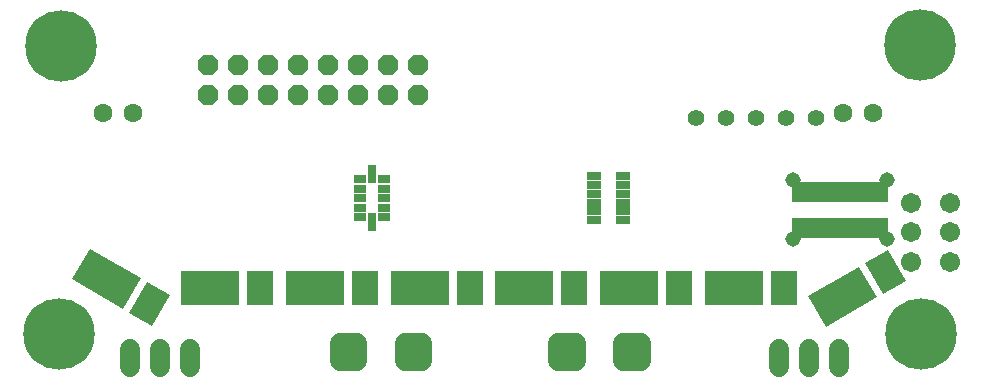
<source format=gbr>
G04 EAGLE Gerber RS-274X export*
G75*
%MOMM*%
%FSLAX34Y34*%
%LPD*%
%INSoldermask Top*%
%IPPOS*%
%AMOC8*
5,1,8,0,0,1.08239X$1,22.5*%
G01*
%ADD10C,1.603200*%
%ADD11C,1.697694*%
%ADD12R,8.203200X1.703200*%
%ADD13C,1.311200*%
%ADD14C,6.045200*%
%ADD15C,1.711200*%
%ADD16C,1.727200*%
%ADD17C,1.411200*%
%ADD18P,1.869504X8X22.500000*%
%ADD19R,1.203200X0.703200*%
%ADD20R,3.003200X5.003200*%
%ADD21R,3.003200X2.203200*%
%ADD22R,5.003200X3.003200*%
%ADD23R,2.203200X3.003200*%
%ADD24R,1.103200X0.703200*%
%ADD25R,0.703200X1.603200*%
%ADD26R,0.450000X0.750000*%


D10*
X72200Y222100D03*
X97600Y222100D03*
X698700Y222100D03*
X724100Y222100D03*
D11*
X287528Y27528D02*
X287528Y12472D01*
X272472Y12472D01*
X272472Y27528D01*
X287528Y27528D01*
X342528Y27528D02*
X342528Y12472D01*
X327472Y12472D01*
X327472Y27528D01*
X342528Y27528D01*
X472528Y27528D02*
X472528Y12472D01*
X457472Y12472D01*
X457472Y27528D01*
X472528Y27528D01*
X527528Y27528D02*
X527528Y12472D01*
X512472Y12472D01*
X512472Y27528D01*
X527528Y27528D01*
D12*
X696000Y125000D03*
X696000Y155000D03*
D13*
X656000Y115000D03*
X736000Y115000D03*
X736000Y165000D03*
X656000Y165000D03*
D14*
X37000Y279000D03*
X764000Y280000D03*
X765000Y35000D03*
X35000Y35000D03*
D15*
X756500Y146000D03*
X756490Y121000D03*
X756500Y96000D03*
X789500Y146000D03*
X789510Y121000D03*
X789500Y96000D03*
D16*
X94600Y22620D02*
X94600Y7380D01*
X120000Y7380D02*
X120000Y22620D01*
X145400Y22620D02*
X145400Y7380D01*
X695400Y7380D02*
X695400Y22620D01*
X670000Y22620D02*
X670000Y7380D01*
X644600Y7380D02*
X644600Y22620D01*
D17*
X675800Y218200D03*
X650400Y218200D03*
X625000Y218200D03*
X599600Y218200D03*
X574200Y218200D03*
D18*
X161100Y262700D03*
X186500Y262700D03*
X211900Y262700D03*
X237300Y262700D03*
X262700Y262700D03*
X288100Y262700D03*
X161100Y237300D03*
X186500Y237300D03*
X211900Y237300D03*
X237300Y237300D03*
X262700Y237300D03*
X288100Y237300D03*
X313500Y262700D03*
X338900Y262700D03*
X313500Y237300D03*
X338900Y237300D03*
D19*
X512000Y131250D03*
X512000Y138750D03*
X512000Y146250D03*
X512000Y153750D03*
X512000Y161250D03*
X512000Y168750D03*
X488000Y168750D03*
X488000Y161250D03*
X488000Y153750D03*
X488000Y146250D03*
X488000Y138750D03*
X488000Y131250D03*
D20*
G36*
X104415Y82168D02*
X89399Y56160D01*
X46071Y81176D01*
X61087Y107184D01*
X104415Y82168D01*
G37*
D21*
G36*
X128664Y68168D02*
X113648Y42160D01*
X94568Y53176D01*
X109584Y79184D01*
X128664Y68168D01*
G37*
D22*
X162750Y73900D03*
D23*
X204750Y73900D03*
D22*
X251750Y73900D03*
D23*
X293750Y73900D03*
D22*
X340750Y73900D03*
D23*
X382750Y73900D03*
D22*
X428750Y73900D03*
D23*
X470750Y73900D03*
D22*
X517750Y73900D03*
D23*
X559750Y73900D03*
D22*
X606750Y73900D03*
D23*
X648750Y73900D03*
D20*
G36*
X712499Y91934D02*
X727515Y65926D01*
X684187Y40910D01*
X669171Y66918D01*
X712499Y91934D01*
G37*
D21*
G36*
X736748Y105934D02*
X751764Y79926D01*
X732684Y68910D01*
X717668Y94918D01*
X736748Y105934D01*
G37*
D24*
X290000Y134000D03*
X290000Y142000D03*
X290000Y150000D03*
X290000Y158000D03*
X290000Y166000D03*
D25*
X300000Y170500D03*
D24*
X310000Y166000D03*
X310000Y158000D03*
X310000Y150000D03*
X310000Y142000D03*
X310000Y134000D03*
D25*
X300000Y129500D03*
D26*
X293250Y133750D03*
M02*

</source>
